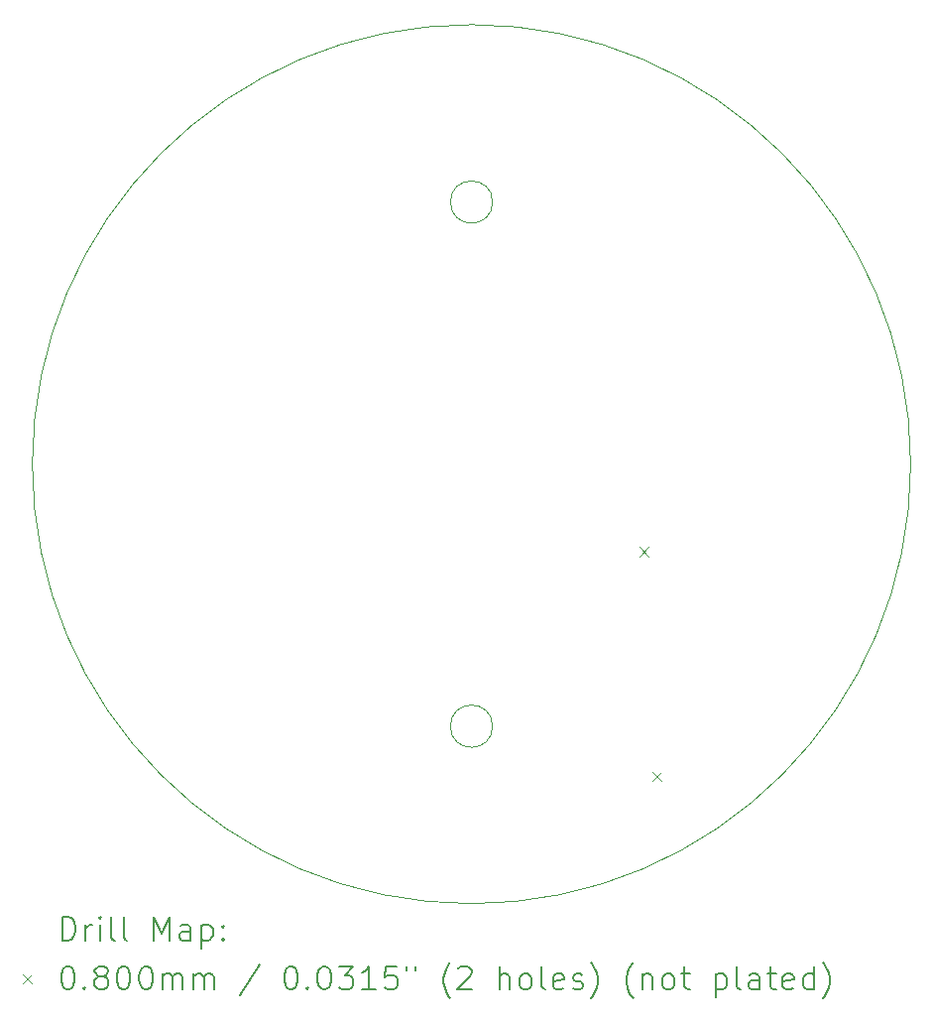
<source format=gbr>
%TF.GenerationSoftware,KiCad,Pcbnew,6.0.7-f9a2dced07~116~ubuntu22.04.1*%
%TF.CreationDate,2022-08-25T07:51:39+02:00*%
%TF.ProjectId,PCB-Ange,5043422d-416e-4676-952e-6b696361645f,rev?*%
%TF.SameCoordinates,Original*%
%TF.FileFunction,Drillmap*%
%TF.FilePolarity,Positive*%
%FSLAX45Y45*%
G04 Gerber Fmt 4.5, Leading zero omitted, Abs format (unit mm)*
G04 Created by KiCad (PCBNEW 6.0.7-f9a2dced07~116~ubuntu22.04.1) date 2022-08-25 07:51:39*
%MOMM*%
%LPD*%
G01*
G04 APERTURE LIST*
%ADD10C,0.050000*%
%ADD11C,0.200000*%
%ADD12C,0.080000*%
G04 APERTURE END LIST*
D10*
X10180000Y-12236500D02*
G75*
G03*
X10180000Y-12236500I-180000J0D01*
G01*
X10180000Y-7763500D02*
G75*
G03*
X10180000Y-7763500I-180000J0D01*
G01*
X13750000Y-10000000D02*
G75*
G03*
X13750000Y-10000000I-3750000J0D01*
G01*
D11*
D12*
X11430660Y-10706760D02*
X11510660Y-10786760D01*
X11510660Y-10706760D02*
X11430660Y-10786760D01*
X11542600Y-12627000D02*
X11622600Y-12707000D01*
X11622600Y-12627000D02*
X11542600Y-12707000D01*
D11*
X6505119Y-14062976D02*
X6505119Y-13862976D01*
X6552738Y-13862976D01*
X6581309Y-13872500D01*
X6600357Y-13891548D01*
X6609881Y-13910595D01*
X6619405Y-13948690D01*
X6619405Y-13977262D01*
X6609881Y-14015357D01*
X6600357Y-14034405D01*
X6581309Y-14053452D01*
X6552738Y-14062976D01*
X6505119Y-14062976D01*
X6705119Y-14062976D02*
X6705119Y-13929643D01*
X6705119Y-13967738D02*
X6714643Y-13948690D01*
X6724167Y-13939167D01*
X6743214Y-13929643D01*
X6762262Y-13929643D01*
X6828928Y-14062976D02*
X6828928Y-13929643D01*
X6828928Y-13862976D02*
X6819405Y-13872500D01*
X6828928Y-13882024D01*
X6838452Y-13872500D01*
X6828928Y-13862976D01*
X6828928Y-13882024D01*
X6952738Y-14062976D02*
X6933690Y-14053452D01*
X6924167Y-14034405D01*
X6924167Y-13862976D01*
X7057500Y-14062976D02*
X7038452Y-14053452D01*
X7028928Y-14034405D01*
X7028928Y-13862976D01*
X7286071Y-14062976D02*
X7286071Y-13862976D01*
X7352738Y-14005833D01*
X7419405Y-13862976D01*
X7419405Y-14062976D01*
X7600357Y-14062976D02*
X7600357Y-13958214D01*
X7590833Y-13939167D01*
X7571786Y-13929643D01*
X7533690Y-13929643D01*
X7514643Y-13939167D01*
X7600357Y-14053452D02*
X7581309Y-14062976D01*
X7533690Y-14062976D01*
X7514643Y-14053452D01*
X7505119Y-14034405D01*
X7505119Y-14015357D01*
X7514643Y-13996309D01*
X7533690Y-13986786D01*
X7581309Y-13986786D01*
X7600357Y-13977262D01*
X7695595Y-13929643D02*
X7695595Y-14129643D01*
X7695595Y-13939167D02*
X7714643Y-13929643D01*
X7752738Y-13929643D01*
X7771786Y-13939167D01*
X7781309Y-13948690D01*
X7790833Y-13967738D01*
X7790833Y-14024881D01*
X7781309Y-14043928D01*
X7771786Y-14053452D01*
X7752738Y-14062976D01*
X7714643Y-14062976D01*
X7695595Y-14053452D01*
X7876548Y-14043928D02*
X7886071Y-14053452D01*
X7876548Y-14062976D01*
X7867024Y-14053452D01*
X7876548Y-14043928D01*
X7876548Y-14062976D01*
X7876548Y-13939167D02*
X7886071Y-13948690D01*
X7876548Y-13958214D01*
X7867024Y-13948690D01*
X7876548Y-13939167D01*
X7876548Y-13958214D01*
D12*
X6167500Y-14352500D02*
X6247500Y-14432500D01*
X6247500Y-14352500D02*
X6167500Y-14432500D01*
D11*
X6543214Y-14282976D02*
X6562262Y-14282976D01*
X6581309Y-14292500D01*
X6590833Y-14302024D01*
X6600357Y-14321071D01*
X6609881Y-14359167D01*
X6609881Y-14406786D01*
X6600357Y-14444881D01*
X6590833Y-14463928D01*
X6581309Y-14473452D01*
X6562262Y-14482976D01*
X6543214Y-14482976D01*
X6524167Y-14473452D01*
X6514643Y-14463928D01*
X6505119Y-14444881D01*
X6495595Y-14406786D01*
X6495595Y-14359167D01*
X6505119Y-14321071D01*
X6514643Y-14302024D01*
X6524167Y-14292500D01*
X6543214Y-14282976D01*
X6695595Y-14463928D02*
X6705119Y-14473452D01*
X6695595Y-14482976D01*
X6686071Y-14473452D01*
X6695595Y-14463928D01*
X6695595Y-14482976D01*
X6819405Y-14368690D02*
X6800357Y-14359167D01*
X6790833Y-14349643D01*
X6781309Y-14330595D01*
X6781309Y-14321071D01*
X6790833Y-14302024D01*
X6800357Y-14292500D01*
X6819405Y-14282976D01*
X6857500Y-14282976D01*
X6876548Y-14292500D01*
X6886071Y-14302024D01*
X6895595Y-14321071D01*
X6895595Y-14330595D01*
X6886071Y-14349643D01*
X6876548Y-14359167D01*
X6857500Y-14368690D01*
X6819405Y-14368690D01*
X6800357Y-14378214D01*
X6790833Y-14387738D01*
X6781309Y-14406786D01*
X6781309Y-14444881D01*
X6790833Y-14463928D01*
X6800357Y-14473452D01*
X6819405Y-14482976D01*
X6857500Y-14482976D01*
X6876548Y-14473452D01*
X6886071Y-14463928D01*
X6895595Y-14444881D01*
X6895595Y-14406786D01*
X6886071Y-14387738D01*
X6876548Y-14378214D01*
X6857500Y-14368690D01*
X7019405Y-14282976D02*
X7038452Y-14282976D01*
X7057500Y-14292500D01*
X7067024Y-14302024D01*
X7076548Y-14321071D01*
X7086071Y-14359167D01*
X7086071Y-14406786D01*
X7076548Y-14444881D01*
X7067024Y-14463928D01*
X7057500Y-14473452D01*
X7038452Y-14482976D01*
X7019405Y-14482976D01*
X7000357Y-14473452D01*
X6990833Y-14463928D01*
X6981309Y-14444881D01*
X6971786Y-14406786D01*
X6971786Y-14359167D01*
X6981309Y-14321071D01*
X6990833Y-14302024D01*
X7000357Y-14292500D01*
X7019405Y-14282976D01*
X7209881Y-14282976D02*
X7228928Y-14282976D01*
X7247976Y-14292500D01*
X7257500Y-14302024D01*
X7267024Y-14321071D01*
X7276548Y-14359167D01*
X7276548Y-14406786D01*
X7267024Y-14444881D01*
X7257500Y-14463928D01*
X7247976Y-14473452D01*
X7228928Y-14482976D01*
X7209881Y-14482976D01*
X7190833Y-14473452D01*
X7181309Y-14463928D01*
X7171786Y-14444881D01*
X7162262Y-14406786D01*
X7162262Y-14359167D01*
X7171786Y-14321071D01*
X7181309Y-14302024D01*
X7190833Y-14292500D01*
X7209881Y-14282976D01*
X7362262Y-14482976D02*
X7362262Y-14349643D01*
X7362262Y-14368690D02*
X7371786Y-14359167D01*
X7390833Y-14349643D01*
X7419405Y-14349643D01*
X7438452Y-14359167D01*
X7447976Y-14378214D01*
X7447976Y-14482976D01*
X7447976Y-14378214D02*
X7457500Y-14359167D01*
X7476548Y-14349643D01*
X7505119Y-14349643D01*
X7524167Y-14359167D01*
X7533690Y-14378214D01*
X7533690Y-14482976D01*
X7628928Y-14482976D02*
X7628928Y-14349643D01*
X7628928Y-14368690D02*
X7638452Y-14359167D01*
X7657500Y-14349643D01*
X7686071Y-14349643D01*
X7705119Y-14359167D01*
X7714643Y-14378214D01*
X7714643Y-14482976D01*
X7714643Y-14378214D02*
X7724167Y-14359167D01*
X7743214Y-14349643D01*
X7771786Y-14349643D01*
X7790833Y-14359167D01*
X7800357Y-14378214D01*
X7800357Y-14482976D01*
X8190833Y-14273452D02*
X8019405Y-14530595D01*
X8447976Y-14282976D02*
X8467024Y-14282976D01*
X8486071Y-14292500D01*
X8495595Y-14302024D01*
X8505119Y-14321071D01*
X8514643Y-14359167D01*
X8514643Y-14406786D01*
X8505119Y-14444881D01*
X8495595Y-14463928D01*
X8486071Y-14473452D01*
X8467024Y-14482976D01*
X8447976Y-14482976D01*
X8428929Y-14473452D01*
X8419405Y-14463928D01*
X8409881Y-14444881D01*
X8400357Y-14406786D01*
X8400357Y-14359167D01*
X8409881Y-14321071D01*
X8419405Y-14302024D01*
X8428929Y-14292500D01*
X8447976Y-14282976D01*
X8600357Y-14463928D02*
X8609881Y-14473452D01*
X8600357Y-14482976D01*
X8590833Y-14473452D01*
X8600357Y-14463928D01*
X8600357Y-14482976D01*
X8733690Y-14282976D02*
X8752738Y-14282976D01*
X8771786Y-14292500D01*
X8781310Y-14302024D01*
X8790833Y-14321071D01*
X8800357Y-14359167D01*
X8800357Y-14406786D01*
X8790833Y-14444881D01*
X8781310Y-14463928D01*
X8771786Y-14473452D01*
X8752738Y-14482976D01*
X8733690Y-14482976D01*
X8714643Y-14473452D01*
X8705119Y-14463928D01*
X8695595Y-14444881D01*
X8686071Y-14406786D01*
X8686071Y-14359167D01*
X8695595Y-14321071D01*
X8705119Y-14302024D01*
X8714643Y-14292500D01*
X8733690Y-14282976D01*
X8867024Y-14282976D02*
X8990833Y-14282976D01*
X8924167Y-14359167D01*
X8952738Y-14359167D01*
X8971786Y-14368690D01*
X8981310Y-14378214D01*
X8990833Y-14397262D01*
X8990833Y-14444881D01*
X8981310Y-14463928D01*
X8971786Y-14473452D01*
X8952738Y-14482976D01*
X8895595Y-14482976D01*
X8876548Y-14473452D01*
X8867024Y-14463928D01*
X9181310Y-14482976D02*
X9067024Y-14482976D01*
X9124167Y-14482976D02*
X9124167Y-14282976D01*
X9105119Y-14311548D01*
X9086071Y-14330595D01*
X9067024Y-14340119D01*
X9362262Y-14282976D02*
X9267024Y-14282976D01*
X9257500Y-14378214D01*
X9267024Y-14368690D01*
X9286071Y-14359167D01*
X9333690Y-14359167D01*
X9352738Y-14368690D01*
X9362262Y-14378214D01*
X9371786Y-14397262D01*
X9371786Y-14444881D01*
X9362262Y-14463928D01*
X9352738Y-14473452D01*
X9333690Y-14482976D01*
X9286071Y-14482976D01*
X9267024Y-14473452D01*
X9257500Y-14463928D01*
X9447976Y-14282976D02*
X9447976Y-14321071D01*
X9524167Y-14282976D02*
X9524167Y-14321071D01*
X9819405Y-14559167D02*
X9809881Y-14549643D01*
X9790833Y-14521071D01*
X9781310Y-14502024D01*
X9771786Y-14473452D01*
X9762262Y-14425833D01*
X9762262Y-14387738D01*
X9771786Y-14340119D01*
X9781310Y-14311548D01*
X9790833Y-14292500D01*
X9809881Y-14263928D01*
X9819405Y-14254405D01*
X9886071Y-14302024D02*
X9895595Y-14292500D01*
X9914643Y-14282976D01*
X9962262Y-14282976D01*
X9981310Y-14292500D01*
X9990833Y-14302024D01*
X10000357Y-14321071D01*
X10000357Y-14340119D01*
X9990833Y-14368690D01*
X9876548Y-14482976D01*
X10000357Y-14482976D01*
X10238452Y-14482976D02*
X10238452Y-14282976D01*
X10324167Y-14482976D02*
X10324167Y-14378214D01*
X10314643Y-14359167D01*
X10295595Y-14349643D01*
X10267024Y-14349643D01*
X10247976Y-14359167D01*
X10238452Y-14368690D01*
X10447976Y-14482976D02*
X10428929Y-14473452D01*
X10419405Y-14463928D01*
X10409881Y-14444881D01*
X10409881Y-14387738D01*
X10419405Y-14368690D01*
X10428929Y-14359167D01*
X10447976Y-14349643D01*
X10476548Y-14349643D01*
X10495595Y-14359167D01*
X10505119Y-14368690D01*
X10514643Y-14387738D01*
X10514643Y-14444881D01*
X10505119Y-14463928D01*
X10495595Y-14473452D01*
X10476548Y-14482976D01*
X10447976Y-14482976D01*
X10628929Y-14482976D02*
X10609881Y-14473452D01*
X10600357Y-14454405D01*
X10600357Y-14282976D01*
X10781310Y-14473452D02*
X10762262Y-14482976D01*
X10724167Y-14482976D01*
X10705119Y-14473452D01*
X10695595Y-14454405D01*
X10695595Y-14378214D01*
X10705119Y-14359167D01*
X10724167Y-14349643D01*
X10762262Y-14349643D01*
X10781310Y-14359167D01*
X10790833Y-14378214D01*
X10790833Y-14397262D01*
X10695595Y-14416309D01*
X10867024Y-14473452D02*
X10886071Y-14482976D01*
X10924167Y-14482976D01*
X10943214Y-14473452D01*
X10952738Y-14454405D01*
X10952738Y-14444881D01*
X10943214Y-14425833D01*
X10924167Y-14416309D01*
X10895595Y-14416309D01*
X10876548Y-14406786D01*
X10867024Y-14387738D01*
X10867024Y-14378214D01*
X10876548Y-14359167D01*
X10895595Y-14349643D01*
X10924167Y-14349643D01*
X10943214Y-14359167D01*
X11019405Y-14559167D02*
X11028929Y-14549643D01*
X11047976Y-14521071D01*
X11057500Y-14502024D01*
X11067024Y-14473452D01*
X11076548Y-14425833D01*
X11076548Y-14387738D01*
X11067024Y-14340119D01*
X11057500Y-14311548D01*
X11047976Y-14292500D01*
X11028929Y-14263928D01*
X11019405Y-14254405D01*
X11381309Y-14559167D02*
X11371786Y-14549643D01*
X11352738Y-14521071D01*
X11343214Y-14502024D01*
X11333690Y-14473452D01*
X11324167Y-14425833D01*
X11324167Y-14387738D01*
X11333690Y-14340119D01*
X11343214Y-14311548D01*
X11352738Y-14292500D01*
X11371786Y-14263928D01*
X11381309Y-14254405D01*
X11457500Y-14349643D02*
X11457500Y-14482976D01*
X11457500Y-14368690D02*
X11467024Y-14359167D01*
X11486071Y-14349643D01*
X11514643Y-14349643D01*
X11533690Y-14359167D01*
X11543214Y-14378214D01*
X11543214Y-14482976D01*
X11667024Y-14482976D02*
X11647976Y-14473452D01*
X11638452Y-14463928D01*
X11628928Y-14444881D01*
X11628928Y-14387738D01*
X11638452Y-14368690D01*
X11647976Y-14359167D01*
X11667024Y-14349643D01*
X11695595Y-14349643D01*
X11714643Y-14359167D01*
X11724167Y-14368690D01*
X11733690Y-14387738D01*
X11733690Y-14444881D01*
X11724167Y-14463928D01*
X11714643Y-14473452D01*
X11695595Y-14482976D01*
X11667024Y-14482976D01*
X11790833Y-14349643D02*
X11867024Y-14349643D01*
X11819405Y-14282976D02*
X11819405Y-14454405D01*
X11828928Y-14473452D01*
X11847976Y-14482976D01*
X11867024Y-14482976D01*
X12086071Y-14349643D02*
X12086071Y-14549643D01*
X12086071Y-14359167D02*
X12105119Y-14349643D01*
X12143214Y-14349643D01*
X12162262Y-14359167D01*
X12171786Y-14368690D01*
X12181309Y-14387738D01*
X12181309Y-14444881D01*
X12171786Y-14463928D01*
X12162262Y-14473452D01*
X12143214Y-14482976D01*
X12105119Y-14482976D01*
X12086071Y-14473452D01*
X12295595Y-14482976D02*
X12276548Y-14473452D01*
X12267024Y-14454405D01*
X12267024Y-14282976D01*
X12457500Y-14482976D02*
X12457500Y-14378214D01*
X12447976Y-14359167D01*
X12428928Y-14349643D01*
X12390833Y-14349643D01*
X12371786Y-14359167D01*
X12457500Y-14473452D02*
X12438452Y-14482976D01*
X12390833Y-14482976D01*
X12371786Y-14473452D01*
X12362262Y-14454405D01*
X12362262Y-14435357D01*
X12371786Y-14416309D01*
X12390833Y-14406786D01*
X12438452Y-14406786D01*
X12457500Y-14397262D01*
X12524167Y-14349643D02*
X12600357Y-14349643D01*
X12552738Y-14282976D02*
X12552738Y-14454405D01*
X12562262Y-14473452D01*
X12581309Y-14482976D01*
X12600357Y-14482976D01*
X12743214Y-14473452D02*
X12724167Y-14482976D01*
X12686071Y-14482976D01*
X12667024Y-14473452D01*
X12657500Y-14454405D01*
X12657500Y-14378214D01*
X12667024Y-14359167D01*
X12686071Y-14349643D01*
X12724167Y-14349643D01*
X12743214Y-14359167D01*
X12752738Y-14378214D01*
X12752738Y-14397262D01*
X12657500Y-14416309D01*
X12924167Y-14482976D02*
X12924167Y-14282976D01*
X12924167Y-14473452D02*
X12905119Y-14482976D01*
X12867024Y-14482976D01*
X12847976Y-14473452D01*
X12838452Y-14463928D01*
X12828928Y-14444881D01*
X12828928Y-14387738D01*
X12838452Y-14368690D01*
X12847976Y-14359167D01*
X12867024Y-14349643D01*
X12905119Y-14349643D01*
X12924167Y-14359167D01*
X13000357Y-14559167D02*
X13009881Y-14549643D01*
X13028928Y-14521071D01*
X13038452Y-14502024D01*
X13047976Y-14473452D01*
X13057500Y-14425833D01*
X13057500Y-14387738D01*
X13047976Y-14340119D01*
X13038452Y-14311548D01*
X13028928Y-14292500D01*
X13009881Y-14263928D01*
X13000357Y-14254405D01*
M02*

</source>
